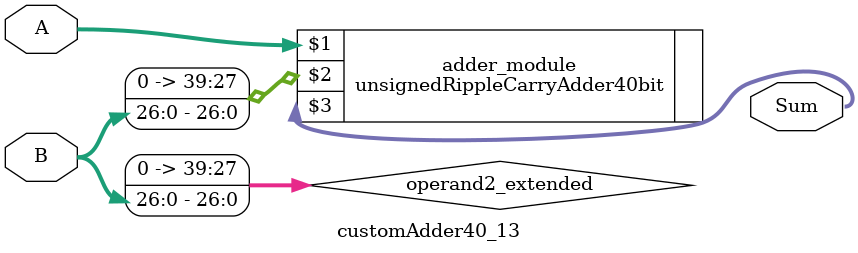
<source format=v>
module customAdder40_13(
                        input [39 : 0] A,
                        input [26 : 0] B,
                        
                        output [40 : 0] Sum
                );

        wire [39 : 0] operand2_extended;
        
        assign operand2_extended =  {13'b0, B};
        
        unsignedRippleCarryAdder40bit adder_module(
            A,
            operand2_extended,
            Sum
        );
        
        endmodule
        
</source>
